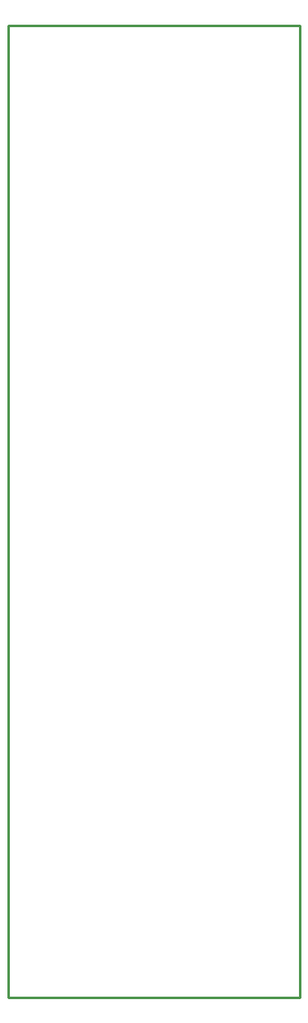
<source format=gko>
G04 Layer: BoardOutline*
G04 EasyEDA v6.4.25, 2021-11-07T18:49:49+08:00*
G04 d23bd0d7be1842068ba5471e3ed9ef93,bf42d0b733a240ea811a95ecb7acc88b,10*
G04 Gerber Generator version 0.2*
G04 Scale: 100 percent, Rotated: No, Reflected: No *
G04 Dimensions in millimeters *
G04 leading zeros omitted , absolute positions ,4 integer and 5 decimal *
%FSLAX45Y45*%
%MOMM*%

%ADD10C,0.2540*%
D10*
X700001Y10199999D02*
G01*
X3700000Y10199999D01*
X3700000Y199999D01*
X700001Y199999D01*
X700001Y10199999D01*

%LPD*%
M02*

</source>
